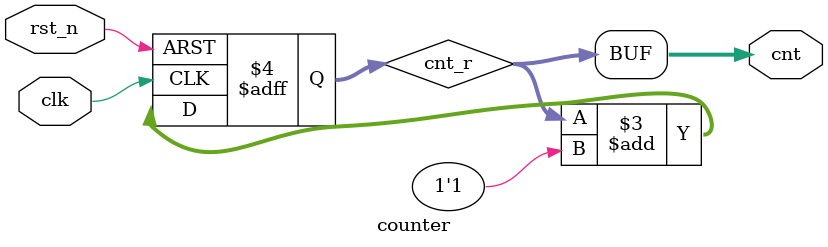
<source format=v>
module counter(
	input wire clk,
	input wire rst_n,
	output wire [9:0] cnt
);

reg [9:0] cnt_r;

always @(posedge clk or negedge rst_n)
	if (rst_n == 1'b0)
		cnt_r <= 10'd0;
	else
		cnt_r = cnt_r + 1'b1;
		
assign cnt = cnt_r;

endmodule
</source>
